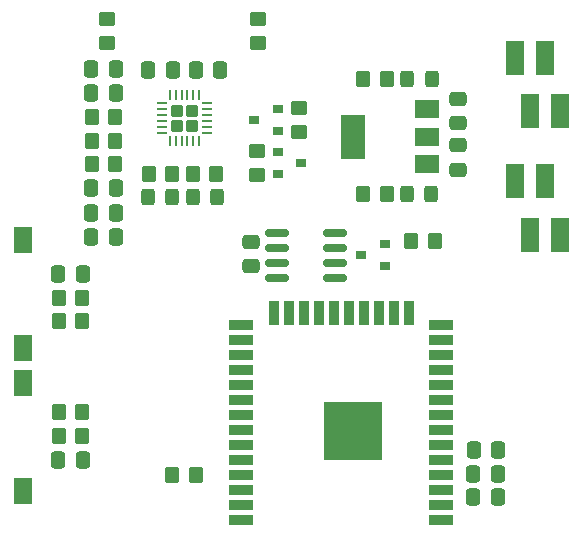
<source format=gbr>
%TF.GenerationSoftware,KiCad,Pcbnew,(6.0.2)*%
%TF.CreationDate,2022-05-29T19:06:36+02:00*%
%TF.ProjectId,PCB_ESP32_CAN,5043425f-4553-4503-9332-5f43414e2e6b,rev?*%
%TF.SameCoordinates,Original*%
%TF.FileFunction,Paste,Top*%
%TF.FilePolarity,Positive*%
%FSLAX46Y46*%
G04 Gerber Fmt 4.6, Leading zero omitted, Abs format (unit mm)*
G04 Created by KiCad (PCBNEW (6.0.2)) date 2022-05-29 19:06:36*
%MOMM*%
%LPD*%
G01*
G04 APERTURE LIST*
G04 Aperture macros list*
%AMRoundRect*
0 Rectangle with rounded corners*
0 $1 Rounding radius*
0 $2 $3 $4 $5 $6 $7 $8 $9 X,Y pos of 4 corners*
0 Add a 4 corners polygon primitive as box body*
4,1,4,$2,$3,$4,$5,$6,$7,$8,$9,$2,$3,0*
0 Add four circle primitives for the rounded corners*
1,1,$1+$1,$2,$3*
1,1,$1+$1,$4,$5*
1,1,$1+$1,$6,$7*
1,1,$1+$1,$8,$9*
0 Add four rect primitives between the rounded corners*
20,1,$1+$1,$2,$3,$4,$5,0*
20,1,$1+$1,$4,$5,$6,$7,0*
20,1,$1+$1,$6,$7,$8,$9,0*
20,1,$1+$1,$8,$9,$2,$3,0*%
G04 Aperture macros list end*
%ADD10RoundRect,0.250000X-0.337500X-0.475000X0.337500X-0.475000X0.337500X0.475000X-0.337500X0.475000X0*%
%ADD11RoundRect,0.250000X0.337500X0.475000X-0.337500X0.475000X-0.337500X-0.475000X0.337500X-0.475000X0*%
%ADD12RoundRect,0.250000X0.475000X-0.337500X0.475000X0.337500X-0.475000X0.337500X-0.475000X-0.337500X0*%
%ADD13RoundRect,0.250000X-0.475000X0.337500X-0.475000X-0.337500X0.475000X-0.337500X0.475000X0.337500X0*%
%ADD14RoundRect,0.250000X0.325000X0.450000X-0.325000X0.450000X-0.325000X-0.450000X0.325000X-0.450000X0*%
%ADD15RoundRect,0.250000X-0.325000X-0.450000X0.325000X-0.450000X0.325000X0.450000X-0.325000X0.450000X0*%
%ADD16R,0.900000X0.800000*%
%ADD17RoundRect,0.250000X0.350000X0.450000X-0.350000X0.450000X-0.350000X-0.450000X0.350000X-0.450000X0*%
%ADD18RoundRect,0.250000X-0.350000X-0.450000X0.350000X-0.450000X0.350000X0.450000X-0.350000X0.450000X0*%
%ADD19RoundRect,0.250000X0.450000X-0.350000X0.450000X0.350000X-0.450000X0.350000X-0.450000X-0.350000X0*%
%ADD20RoundRect,0.250000X-0.450000X0.350000X-0.450000X-0.350000X0.450000X-0.350000X0.450000X0.350000X0*%
%ADD21R,1.600000X2.180000*%
%ADD22R,2.000000X0.900000*%
%ADD23R,0.900000X2.000000*%
%ADD24R,5.000000X5.000000*%
%ADD25RoundRect,0.250000X-0.275000X0.275000X-0.275000X-0.275000X0.275000X-0.275000X0.275000X0.275000X0*%
%ADD26RoundRect,0.062500X-0.062500X0.350000X-0.062500X-0.350000X0.062500X-0.350000X0.062500X0.350000X0*%
%ADD27RoundRect,0.062500X-0.350000X0.062500X-0.350000X-0.062500X0.350000X-0.062500X0.350000X0.062500X0*%
%ADD28RoundRect,0.150000X-0.825000X-0.150000X0.825000X-0.150000X0.825000X0.150000X-0.825000X0.150000X0*%
%ADD29R,2.000000X1.500000*%
%ADD30R,2.000000X3.800000*%
%ADD31R,1.500000X3.000000*%
G04 APERTURE END LIST*
D10*
%TO.C,C1*%
X119862500Y-117700000D03*
X121937500Y-117700000D03*
%TD*%
D11*
%TO.C,C2*%
X157125000Y-116900000D03*
X155050000Y-116900000D03*
%TD*%
D10*
%TO.C,C3*%
X155012500Y-118900000D03*
X157087500Y-118900000D03*
%TD*%
%TO.C,C5*%
X155012500Y-120900000D03*
X157087500Y-120900000D03*
%TD*%
D11*
%TO.C,C7*%
X124737500Y-98850000D03*
X122662500Y-98850000D03*
%TD*%
%TO.C,C8*%
X124737500Y-96800000D03*
X122662500Y-96800000D03*
%TD*%
%TO.C,C10*%
X124737500Y-94700000D03*
X122662500Y-94700000D03*
%TD*%
%TO.C,C11*%
X124737500Y-86700000D03*
X122662500Y-86700000D03*
%TD*%
D10*
%TO.C,C12*%
X119862500Y-102000000D03*
X121937500Y-102000000D03*
%TD*%
D12*
%TO.C,C13*%
X153700000Y-89237500D03*
X153700000Y-87162500D03*
%TD*%
D13*
%TO.C,C14*%
X153700000Y-91075000D03*
X153700000Y-93150000D03*
%TD*%
D12*
%TO.C,C15*%
X136150000Y-101337500D03*
X136150000Y-99262500D03*
%TD*%
D14*
%TO.C,TX*%
X129525000Y-95500000D03*
X127475000Y-95500000D03*
%TD*%
D15*
%TO.C,RX*%
X131225000Y-95500000D03*
X133275000Y-95500000D03*
%TD*%
%TO.C,3V3*%
X149400000Y-95200000D03*
X151450000Y-95200000D03*
%TD*%
%TO.C,5V*%
X149425000Y-85450000D03*
X151475000Y-85450000D03*
%TD*%
D16*
%TO.C,D5*%
X147485000Y-101350000D03*
X147485000Y-99450000D03*
X145485000Y-100400000D03*
%TD*%
%TO.C,Q1*%
X138450000Y-89914999D03*
X138450000Y-88014999D03*
X136450000Y-88964999D03*
%TD*%
%TO.C,Q2*%
X138450000Y-91650000D03*
X138450000Y-93550000D03*
X140450000Y-92600000D03*
%TD*%
D17*
%TO.C,R1*%
X121900000Y-115700000D03*
X119900000Y-115700000D03*
%TD*%
D18*
%TO.C,R2*%
X119900000Y-113700000D03*
X121900000Y-113700000D03*
%TD*%
%TO.C,R5*%
X119900000Y-106000000D03*
X121900000Y-106000000D03*
%TD*%
D17*
%TO.C,R6*%
X121900000Y-104000000D03*
X119900000Y-104000000D03*
%TD*%
%TO.C,R8*%
X131500000Y-119000000D03*
X129500000Y-119000000D03*
%TD*%
D18*
%TO.C,R9*%
X127500000Y-93500000D03*
X129500000Y-93500000D03*
%TD*%
D17*
%TO.C,R10*%
X133250000Y-93500000D03*
X131250000Y-93500000D03*
%TD*%
D19*
%TO.C,R11*%
X140200000Y-89950000D03*
X140200000Y-87950000D03*
%TD*%
D20*
%TO.C,R12*%
X136700000Y-91600000D03*
X136700000Y-93600000D03*
%TD*%
D17*
%TO.C,R13*%
X147700000Y-95200000D03*
X145700000Y-95200000D03*
%TD*%
%TO.C,R14*%
X147700000Y-85450000D03*
X145700000Y-85450000D03*
%TD*%
D18*
%TO.C,R15*%
X149750000Y-99200000D03*
X151750000Y-99200000D03*
%TD*%
D21*
%TO.C,RESET*%
X116900000Y-111210000D03*
X116900000Y-120390000D03*
%TD*%
%TO.C,BOOT*%
X116900000Y-99110000D03*
X116900000Y-108290000D03*
%TD*%
D22*
%TO.C,U1*%
X152300000Y-122805000D03*
X152300000Y-121535000D03*
X152300000Y-120265000D03*
X152300000Y-118995000D03*
X152300000Y-117725000D03*
X152300000Y-116455000D03*
X152300000Y-115185000D03*
X152300000Y-113915000D03*
X152300000Y-112645000D03*
X152300000Y-111375000D03*
X152300000Y-110105000D03*
X152300000Y-108835000D03*
X152300000Y-107565000D03*
X152300000Y-106295000D03*
D23*
X149515000Y-105295000D03*
X148245000Y-105295000D03*
X146975000Y-105295000D03*
X145705000Y-105295000D03*
X144435000Y-105295000D03*
X143165000Y-105295000D03*
X141895000Y-105295000D03*
X140625000Y-105295000D03*
X139355000Y-105295000D03*
X138085000Y-105295000D03*
D22*
X135300000Y-106295000D03*
X135300000Y-107565000D03*
X135300000Y-108835000D03*
X135300000Y-110105000D03*
X135300000Y-111375000D03*
X135300000Y-112645000D03*
X135300000Y-113915000D03*
X135300000Y-115185000D03*
X135300000Y-116455000D03*
X135300000Y-117725000D03*
X135300000Y-118995000D03*
X135300000Y-120265000D03*
X135300000Y-121535000D03*
X135300000Y-122805000D03*
D24*
X144800000Y-115305000D03*
%TD*%
D25*
%TO.C,U2*%
X131200000Y-89450000D03*
X129900000Y-88150000D03*
X129900000Y-89450000D03*
X131200000Y-88150000D03*
D26*
X131800000Y-86862500D03*
X131300000Y-86862500D03*
X130800000Y-86862500D03*
X130300000Y-86862500D03*
X129800000Y-86862500D03*
X129300000Y-86862500D03*
D27*
X128612500Y-87550000D03*
X128612500Y-88050000D03*
X128612500Y-88550000D03*
X128612500Y-89050000D03*
X128612500Y-89550000D03*
X128612500Y-90050000D03*
D26*
X129300000Y-90737500D03*
X129800000Y-90737500D03*
X130300000Y-90737500D03*
X130800000Y-90737500D03*
X131300000Y-90737500D03*
X131800000Y-90737500D03*
D27*
X132487500Y-90050000D03*
X132487500Y-89550000D03*
X132487500Y-89050000D03*
X132487500Y-88550000D03*
X132487500Y-88050000D03*
X132487500Y-87550000D03*
%TD*%
D28*
%TO.C,U3*%
X138375000Y-98495000D03*
X138375000Y-99765000D03*
X138375000Y-101035000D03*
X138375000Y-102305000D03*
X143325000Y-102305000D03*
X143325000Y-101035000D03*
X143325000Y-99765000D03*
X143325000Y-98495000D03*
%TD*%
D29*
%TO.C,U4*%
X151100000Y-92650000D03*
X151100000Y-90350000D03*
D30*
X144800000Y-90350000D03*
D29*
X151100000Y-88050000D03*
%TD*%
D11*
%TO.C,C9*%
X124737500Y-84650000D03*
X122662500Y-84650000D03*
%TD*%
D10*
%TO.C,C4*%
X131487500Y-84700000D03*
X133562500Y-84700000D03*
%TD*%
D11*
%TO.C,C6*%
X129562500Y-84700000D03*
X127487500Y-84700000D03*
%TD*%
D19*
%TO.C,R4*%
X124000000Y-82425000D03*
X124000000Y-80425000D03*
%TD*%
D20*
%TO.C,R3*%
X136750000Y-80425000D03*
X136750000Y-82425000D03*
%TD*%
D31*
%TO.C,J3*%
X158495000Y-94150000D03*
X159765000Y-98650000D03*
X161035000Y-94150000D03*
X162305000Y-98650000D03*
%TD*%
%TO.C,J2*%
X158495000Y-83700001D03*
X159765000Y-88200001D03*
X161035000Y-83700001D03*
X162305000Y-88200001D03*
%TD*%
D18*
%TO.C,R7*%
X122700000Y-88700000D03*
X124700000Y-88700000D03*
%TD*%
D17*
%TO.C,R16*%
X124700000Y-90700000D03*
X122700000Y-90700000D03*
%TD*%
%TO.C,R17*%
X124700000Y-92700000D03*
X122700000Y-92700000D03*
%TD*%
M02*

</source>
